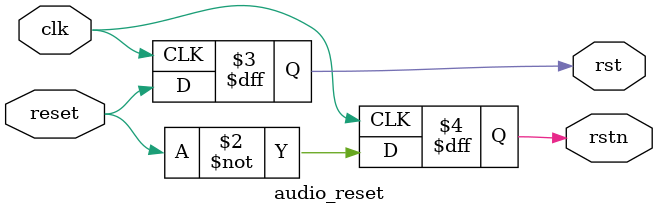
<source format=v>
`timescale 1ns / 1ps


module audio_reset (
(* X_INTERFACE_PARAMETER = "POLARITY ACTIVE_HIGH" *)  
    input   reset,
    
(* X_INTERFACE_PARAMETER = "POLARITY ACTIVE_HIGH" *)  
(* ASYNC_REG = "TRUE" *)
    output reg rst,

(* X_INTERFACE_PARAMETER = "POLARITY ACTIVE_LOW" *)  
(* ASYNC_REG = "TRUE" *)
    output reg rstn,

(* X_INTERFACE_INFO = "xilinx.com:signal:clock:1.0 clk CLK" *)
(* X_INTERFACE_PARAMETER = "ASSOCIATED_RESET rst:rstn" *)
    input clk
);
    
    always @(posedge clk)
    begin
        rst  <=  reset;
        rstn <= ~reset;
    end
    
endmodule


</source>
